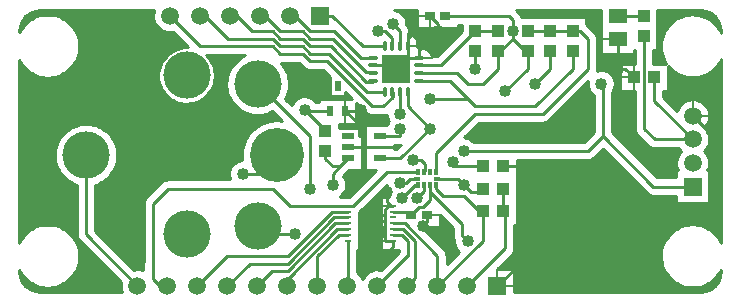
<source format=gbr>
G04 DipTrace 2.4.0.2*
%INTop.gbr*%
%MOIN*%
%ADD10C,0.0098*%
%ADD13C,0.01*%
%ADD14C,0.008*%
%ADD16R,0.0591X0.0512*%
%ADD17R,0.059X0.059*%
%ADD18C,0.0591*%
%ADD19R,0.0394X0.0433*%
%ADD20R,0.0433X0.0394*%
%ADD21C,0.1575*%
%ADD22C,0.18*%
%ADD24R,0.0197X0.0335*%
%ADD25R,0.0236X0.0098*%
%ADD26R,0.0126X0.0197*%
%ADD27R,0.0197X0.0126*%
%ADD29O,0.0138X0.0335*%
%ADD30O,0.0335X0.0138*%
%ADD31R,0.0945X0.0945*%
%ADD32R,0.0433X0.0236*%
%ADD33R,0.0354X0.0276*%
%ADD34C,0.04*%
%FSLAX44Y44*%
G04*
G70*
G90*
G75*
G01*
%LNTop*%
%LPD*%
X20190Y12945D2*
D13*
X19445D1*
X19440Y12949D1*
X17574Y11800D2*
X18291D1*
X19440Y12949D1*
X21190Y12945D2*
X21940D1*
X22690D1*
Y12949D1*
X18129Y8253D2*
Y8879D1*
X19440Y10190D1*
X21690D1*
X23190Y11690D1*
Y12690D1*
X22940Y12940D1*
X22699D1*
X6470Y8810D2*
Y6160D1*
X8180Y4450D1*
X15194Y6727D2*
D10*
X15026D1*
D13*
X14727D1*
X13190Y5190D1*
X11930D1*
X11185Y4445D1*
X15194Y6924D2*
D10*
X15026D1*
D13*
X14674D1*
X13190Y5440D1*
X11180D1*
X10185Y4445D1*
X15194Y5940D2*
D10*
Y5841D1*
D13*
Y4454D1*
X15185Y4445D1*
X13940Y7690D2*
Y9430D1*
X12190Y11180D1*
X16038Y11800D2*
X16678D1*
X16806Y11672D1*
X17190Y12440D2*
Y12056D1*
X16806Y11672D1*
X17574Y12056D2*
X17190D1*
X16690Y7121D2*
D10*
X16560D1*
D13*
X16440Y7002D1*
Y5940D1*
X16522D1*
D10*
X16690D1*
X19440Y11690D2*
D13*
Y12280D1*
X17574Y12056D2*
Y12324D1*
X18190Y12940D1*
X24190Y11690D2*
Y12690D1*
X16690Y7121D2*
X16636D1*
X16504Y7253D1*
Y7565D1*
X17379Y8628D2*
X17629D1*
X17754Y8503D1*
Y8272D1*
X17735Y8253D1*
X15191Y9067D2*
X15688D1*
X15753Y9003D1*
Y9628D1*
X15109Y10271D1*
X26690Y10121D2*
X27235Y9576D1*
Y7214D1*
X21402D1*
X21130Y6943D1*
Y5390D1*
X20185Y4445D1*
X21402Y7214D2*
Y7869D1*
X20830Y8440D1*
X20359D1*
X15753Y9003D2*
Y8253D1*
X15440Y7940D1*
Y7878D1*
X16690Y5940D2*
Y5753D1*
X16190Y5253D1*
X17190Y12440D2*
Y12690D1*
X17440Y12940D1*
X15109Y10271D2*
X15583D1*
X15628Y10315D1*
X18190Y12940D2*
Y13174D1*
X17924Y13440D1*
X24190Y11690D2*
X24440D1*
X24731Y11400D1*
X17827Y6815D2*
Y6577D1*
X17690Y6440D1*
X24190Y11690D2*
Y10505D1*
X24380Y10316D1*
X23255Y10503D2*
Y10441D1*
X22504Y9691D1*
X20754D1*
X20442Y9378D1*
X16422Y12440D2*
X15690D1*
X14685Y13445D1*
X14255D1*
X13255D2*
X13435D1*
X13940Y12940D1*
X14752D1*
X15636Y12056D1*
X16038D1*
Y11544D2*
Y11565D1*
X15815D1*
X14690Y12690D1*
X13940D1*
X13690Y12940D1*
X12940D1*
X12435Y13445D1*
X12255D1*
X16038Y11288D2*
Y11253D1*
X15815D1*
X14627Y12440D1*
X13940D1*
X13690Y12690D1*
X12940D1*
X12690Y12940D1*
X12002D1*
X11497Y13445D1*
X11255D1*
X16422Y10905D2*
X15850D1*
X14565Y12190D1*
X13940D1*
X13690Y12440D1*
X12940D1*
X12690Y12690D1*
X11190D1*
X10435Y13445D1*
X10255D1*
X16678Y10905D2*
X16690D1*
Y10753D1*
X16378Y10440D1*
X16002D1*
X14502Y11940D1*
X13940D1*
X13690Y12190D1*
X12940D1*
X12690Y12440D1*
X10260D1*
X9255Y13445D1*
X25065Y13440D2*
X24192D1*
X24190Y13438D1*
X16678Y12440D2*
Y12702D1*
X16440Y12940D1*
X16190D1*
X16690Y6137D2*
D10*
X16858D1*
D13*
X16993D1*
X17190Y5940D1*
Y5440D1*
X17180D1*
X16185Y4445D1*
X19690Y8440D2*
X18692D1*
Y8565D1*
X17499Y8025D2*
X17276D1*
X17129Y7878D1*
X16941D1*
X17538Y7796D2*
X17422D1*
X17004Y7378D1*
X17735Y7796D2*
Y7609D1*
X17504Y7378D1*
X15194Y6137D2*
D10*
X15026D1*
D13*
X14887D1*
X14185Y5435D1*
Y4445D1*
X13440Y6190D2*
X12190D1*
Y6440D1*
X16690Y6334D2*
D10*
X16858D1*
D13*
X17046D1*
X17440Y5940D1*
Y4700D1*
X17185Y4445D1*
X17190Y10905D2*
Y10440D1*
X17940Y9690D1*
X21940Y12275D2*
Y11690D1*
X21440Y11190D1*
X16254Y8693D2*
X16943D1*
X17940Y9690D1*
X19065Y8940D2*
X23190D1*
X23690Y9440D1*
X25371Y7759D1*
X26690D1*
X23690Y9440D2*
Y11190D1*
X23640D1*
X19695Y7690D2*
Y7565D1*
X19315D1*
X19065Y7815D1*
X18168Y8025D2*
X18855D1*
X19065Y7815D1*
X16690Y6531D2*
D10*
X16858D1*
D13*
X17099D1*
X18185Y5445D1*
Y4445D1*
X19695Y5955D1*
Y6940D1*
Y6810D1*
X19065Y7440D1*
X18379D1*
X18129Y7690D1*
Y7796D1*
X17574Y11288D2*
X18592D1*
X19190Y10690D1*
X19440Y10440D1*
X21440D1*
X22690Y11690D1*
Y12280D1*
X16254Y9441D2*
X16939D1*
X16940Y9440D1*
Y9690D1*
X17940Y10690D2*
X19190D1*
X21190Y12275D2*
Y12315D1*
X21065D1*
X20690Y12690D1*
X20275Y12275D1*
X20190D1*
X19185Y4445D2*
Y4435D1*
X20445Y5695D1*
Y6859D1*
X20364Y6940D1*
Y7690D1*
X17574Y11544D2*
X18836D1*
X19190Y11190D1*
X19690D1*
X20190Y11690D1*
Y12275D1*
X21190D2*
Y11690D1*
X20440Y10940D1*
X14440Y8940D2*
Y8690D1*
X14690Y8440D1*
X14939D1*
X15191Y8693D1*
X25065Y12771D2*
Y9690D1*
X25421Y9334D1*
X26690D1*
X20690Y12940D2*
Y12690D1*
X14690Y7815D2*
Y8191D1*
X15191Y8693D1*
X18436Y13440D2*
X20565D1*
X20690Y13315D1*
Y12940D1*
X25400Y11400D2*
Y10624D1*
X26690Y9334D1*
X16690Y6924D2*
D10*
X16858D1*
D13*
X17206D1*
X17315Y6815D1*
X17932Y7796D2*
Y7306D1*
X17691Y7065D1*
X17565D1*
X17315Y6815D1*
X17932Y7796D2*
Y7575D1*
X19004Y6503D1*
Y6126D1*
X19190Y5940D1*
X15194Y7121D2*
D10*
X15026D1*
D13*
X13259D1*
X12690Y7690D1*
X9190D1*
X8690Y7190D1*
Y4690D1*
X8935Y4445D1*
X9185D1*
X15194Y7121D2*
D10*
X15371D1*
D13*
X16503Y8253D1*
X17538D1*
X15194Y6531D2*
D10*
X15026D1*
D13*
X14781D1*
X13190Y4940D1*
X12680D1*
X12185Y4445D1*
X14597Y10271D2*
X13797D1*
X13753Y10315D1*
X14440Y9609D2*
Y9628D1*
X13753Y10315D1*
X16934Y12440D2*
Y12946D1*
X16690Y13190D1*
X16934Y10905D2*
Y10196D1*
X16940Y10190D1*
X15194Y6334D2*
D10*
X15026D1*
D13*
X14834D1*
X13190Y4690D1*
Y4450D1*
X13185Y4445D1*
X11690Y8190D2*
X12200D1*
X12820Y8810D1*
D34*
X17690Y6440D3*
X16690Y13190D3*
X13940Y7690D3*
X19440Y11690D3*
X18190Y12940D3*
X17940Y9690D3*
X13440Y6190D3*
X11690Y8190D3*
X19190Y5940D3*
X16504Y7565D3*
X17379Y8628D3*
X16940Y10190D3*
X16190Y12940D3*
X24190Y11690D3*
X21440Y11190D3*
X20440Y10940D3*
X13753Y10315D3*
X18692Y8565D3*
X19065Y8940D3*
X14690Y7815D3*
X16940Y9690D3*
X17940Y10690D3*
X20690Y12940D3*
X16190Y5253D3*
X19065Y7815D3*
X15628Y10315D3*
X17440Y12940D3*
X15440Y7878D3*
X23640Y11190D3*
X7440Y12128D3*
Y11003D3*
X7690Y6503D3*
X6690Y4815D3*
X16941Y7878D3*
X17004Y7378D3*
X17504D3*
X20442Y9378D3*
X23255Y10503D3*
X24380Y10316D3*
X22254Y6628D3*
X22504Y8003D3*
X9816Y9441D3*
X4690Y9691D3*
X4598Y13541D2*
D13*
X8704D1*
X16987D2*
X17482D1*
X20904D2*
X23631D1*
X25526D2*
X27285D1*
X4470Y13443D2*
X4864D1*
X5516D2*
X8696D1*
X17077D2*
X17482D1*
X20976D2*
X23631D1*
X25526D2*
X26343D1*
X27026D2*
X27414D1*
X4388Y13344D2*
X4643D1*
X5737D2*
X8706D1*
X17127D2*
X17482D1*
X23151D2*
X23631D1*
X25526D2*
X26131D1*
X27240D2*
X27493D1*
X4327Y13245D2*
X4504D1*
X5876D2*
X8734D1*
X17151D2*
X17482D1*
X23151D2*
X23631D1*
X25526D2*
X25993D1*
X27377D2*
X27554D1*
X4287Y13147D2*
X4401D1*
X5979D2*
X8784D1*
X17173D2*
X17482D1*
X23173D2*
X23631D1*
X25526D2*
X25892D1*
X27477D2*
X27595D1*
X4266Y13048D2*
X4323D1*
X6057D2*
X8867D1*
X17230D2*
X18979D1*
X23271D2*
X23631D1*
X25526D2*
X25814D1*
X27555D2*
X27614D1*
X6120Y12949D2*
X9009D1*
X17248D2*
X18979D1*
X23371D2*
X23631D1*
X25526D2*
X25753D1*
X6168Y12851D2*
X9410D1*
X17282D2*
X18901D1*
X23459D2*
X23631D1*
X25526D2*
X25706D1*
X6204Y12752D2*
X9509D1*
X17441D2*
X18803D1*
X23498D2*
X23631D1*
X25526D2*
X25670D1*
X6229Y12653D2*
X9607D1*
X17502D2*
X18704D1*
X23504D2*
X23631D1*
X25526D2*
X25645D1*
X6245Y12554D2*
X9706D1*
X17523D2*
X18606D1*
X23504D2*
X23631D1*
X25526D2*
X25629D1*
X6251Y12456D2*
X9804D1*
X17523D2*
X18507D1*
X23504D2*
X23631D1*
X25526D2*
X25625D1*
X6248Y12357D2*
X9525D1*
X17799D2*
X18407D1*
X23504D2*
X23631D1*
X25526D2*
X25628D1*
X6235Y12258D2*
X9312D1*
X17934D2*
X18309D1*
X23504D2*
X23631D1*
X25379D2*
X25640D1*
X6213Y12160D2*
X9181D1*
X17988D2*
X18210D1*
X23504D2*
X24751D1*
X25379D2*
X25664D1*
X6180Y12061D2*
X9085D1*
X10554D2*
X11625D1*
X23504D2*
X24751D1*
X25379D2*
X25696D1*
X6137Y11962D2*
X9014D1*
X10626D2*
X11493D1*
X23504D2*
X24751D1*
X25379D2*
X25742D1*
X6079Y11864D2*
X8959D1*
X10680D2*
X11395D1*
X12985D2*
X13576D1*
X23504D2*
X24751D1*
X25379D2*
X25800D1*
X27571D2*
X27631D1*
X4251Y11765D2*
X4375D1*
X6005D2*
X8920D1*
X10721D2*
X11318D1*
X13062D2*
X13676D1*
X23504D2*
X24250D1*
X27496D2*
X27631D1*
X4251Y11666D2*
X4468D1*
X5912D2*
X8892D1*
X10748D2*
X11259D1*
X13121D2*
X13798D1*
X23502D2*
X24250D1*
X25880D2*
X25968D1*
X27401D2*
X27631D1*
X4251Y11568D2*
X4593D1*
X5787D2*
X8875D1*
X10765D2*
X11214D1*
X13166D2*
X14435D1*
X23902D2*
X24250D1*
X25880D2*
X26096D1*
X27274D2*
X27631D1*
X4251Y11469D2*
X4778D1*
X5602D2*
X8868D1*
X10771D2*
X11179D1*
X13201D2*
X14534D1*
X24009D2*
X24250D1*
X25880D2*
X26285D1*
X27085D2*
X27631D1*
X4251Y11370D2*
X8873D1*
X10766D2*
X11156D1*
X13224D2*
X14592D1*
X24066D2*
X24250D1*
X25880D2*
X27631D1*
X4251Y11272D2*
X8887D1*
X10752D2*
X11143D1*
X13237D2*
X14592D1*
X24096D2*
X24250D1*
X25880D2*
X27631D1*
X4251Y11173D2*
X8914D1*
X10726D2*
X11139D1*
X13241D2*
X14592D1*
X23113D2*
X23176D1*
X24104D2*
X24250D1*
X25880D2*
X27631D1*
X4251Y11074D2*
X8951D1*
X10688D2*
X11145D1*
X13235D2*
X14592D1*
X23013D2*
X23192D1*
X24088D2*
X24250D1*
X25880D2*
X27631D1*
X4251Y10975D2*
X9003D1*
X10637D2*
X11159D1*
X13221D2*
X14592D1*
X22915D2*
X23231D1*
X24049D2*
X24250D1*
X25880D2*
X27631D1*
X4251Y10877D2*
X9071D1*
X10570D2*
X11184D1*
X13196D2*
X14592D1*
X22816D2*
X23301D1*
X24004D2*
X24751D1*
X25713D2*
X27631D1*
X4251Y10778D2*
X9160D1*
X10479D2*
X11220D1*
X13160D2*
X14592D1*
X15116D2*
X15225D1*
X22718D2*
X23376D1*
X24004D2*
X24751D1*
X25713D2*
X27631D1*
X4251Y10679D2*
X9284D1*
X10355D2*
X11267D1*
X13130D2*
X13471D1*
X14034D2*
X14235D1*
X22620D2*
X23376D1*
X24004D2*
X24751D1*
X25784D2*
X27631D1*
X4251Y10581D2*
X9475D1*
X10166D2*
X11329D1*
X13229D2*
X13375D1*
X14130D2*
X14235D1*
X22521D2*
X23376D1*
X24004D2*
X24751D1*
X25884D2*
X26379D1*
X27001D2*
X27631D1*
X4251Y10482D2*
X11407D1*
X15471D2*
X15521D1*
X22421D2*
X23376D1*
X24004D2*
X24751D1*
X25982D2*
X26267D1*
X27113D2*
X27631D1*
X4251Y10383D2*
X11509D1*
X15471D2*
X15620D1*
X22323D2*
X23376D1*
X24004D2*
X24751D1*
X26080D2*
X26198D1*
X27182D2*
X27631D1*
X4251Y10285D2*
X11648D1*
X15471D2*
X15718D1*
X22224D2*
X23376D1*
X24004D2*
X24751D1*
X27224D2*
X27631D1*
X4251Y10186D2*
X11870D1*
X12510D2*
X12745D1*
X15471D2*
X15826D1*
X22126D2*
X23376D1*
X24004D2*
X24751D1*
X27246D2*
X27631D1*
X4251Y10087D2*
X12843D1*
X15471D2*
X16489D1*
X22027D2*
X23376D1*
X24004D2*
X24751D1*
X27248D2*
X27631D1*
X4251Y9989D2*
X12942D1*
X15471D2*
X16523D1*
X21929D2*
X23376D1*
X24004D2*
X24751D1*
X27234D2*
X27631D1*
X4251Y9890D2*
X12403D1*
X15471D2*
X16523D1*
X21748D2*
X23376D1*
X24004D2*
X24751D1*
X27198D2*
X27631D1*
X4251Y9791D2*
X6112D1*
X6829D2*
X12203D1*
X14901D2*
X15775D1*
X19480D2*
X23376D1*
X24004D2*
X24751D1*
X27138D2*
X27631D1*
X4251Y9693D2*
X5907D1*
X7032D2*
X12067D1*
X15571D2*
X15775D1*
X19382D2*
X23376D1*
X24004D2*
X24751D1*
X27116D2*
X27631D1*
X4251Y9594D2*
X5775D1*
X7165D2*
X11964D1*
X15571D2*
X15775D1*
X19284D2*
X23376D1*
X24004D2*
X24767D1*
X27184D2*
X27631D1*
X4251Y9495D2*
X5676D1*
X7265D2*
X11881D1*
X15571D2*
X15775D1*
X19185D2*
X23306D1*
X24074D2*
X24821D1*
X27224D2*
X27631D1*
X4251Y9396D2*
X5600D1*
X7340D2*
X11817D1*
X15671D2*
X15775D1*
X19087D2*
X23207D1*
X24173D2*
X24918D1*
X27246D2*
X27631D1*
X4251Y9298D2*
X5540D1*
X7399D2*
X11764D1*
X15671D2*
X15775D1*
X19354D2*
X23107D1*
X24273D2*
X25018D1*
X27248D2*
X27631D1*
X4251Y9199D2*
X5495D1*
X7446D2*
X11723D1*
X15671D2*
X15775D1*
X24371D2*
X25117D1*
X27232D2*
X27631D1*
X4251Y9100D2*
X5460D1*
X7480D2*
X11693D1*
X15671D2*
X15775D1*
X16735D2*
X16910D1*
X24470D2*
X25217D1*
X27198D2*
X27631D1*
X4251Y9002D2*
X5437D1*
X7504D2*
X11671D1*
X15671D2*
X15775D1*
X16735D2*
X16812D1*
X24568D2*
X26243D1*
X27137D2*
X27631D1*
X4251Y8903D2*
X5423D1*
X7516D2*
X11660D1*
X15671D2*
X15775D1*
X23593D2*
X23787D1*
X24666D2*
X26262D1*
X27118D2*
X27631D1*
X4251Y8804D2*
X5418D1*
X7521D2*
X11656D1*
X15671D2*
X15775D1*
X23495D2*
X23885D1*
X24765D2*
X26195D1*
X27185D2*
X27631D1*
X4251Y8706D2*
X5425D1*
X7516D2*
X11660D1*
X15671D2*
X15775D1*
X23393D2*
X23984D1*
X24865D2*
X26154D1*
X27226D2*
X27631D1*
X4251Y8607D2*
X5439D1*
X7501D2*
X11501D1*
X15671D2*
X15775D1*
X20840D2*
X24084D1*
X24963D2*
X26134D1*
X27246D2*
X27631D1*
X4251Y8508D2*
X5464D1*
X7477D2*
X11356D1*
X15671D2*
X15775D1*
X20840D2*
X24182D1*
X25062D2*
X26132D1*
X27248D2*
X27631D1*
X4251Y8410D2*
X5500D1*
X7441D2*
X11282D1*
X15671D2*
X15775D1*
X20840D2*
X24281D1*
X25160D2*
X26148D1*
X27232D2*
X27631D1*
X4251Y8311D2*
X5546D1*
X7395D2*
X11243D1*
X15249D2*
X16121D1*
X20840D2*
X24379D1*
X25259D2*
X26184D1*
X27196D2*
X27631D1*
X4251Y8212D2*
X5607D1*
X7332D2*
X11226D1*
X15151D2*
X16023D1*
X20840D2*
X24478D1*
X25357D2*
X26131D1*
X27249D2*
X27631D1*
X4251Y8114D2*
X5685D1*
X7254D2*
X11232D1*
X15052D2*
X15925D1*
X20845D2*
X24576D1*
X25455D2*
X26131D1*
X27249D2*
X27631D1*
X4251Y8015D2*
X5787D1*
X7152D2*
X11262D1*
X15107D2*
X15825D1*
X20845D2*
X24676D1*
X27249D2*
X27631D1*
X4251Y7916D2*
X5926D1*
X7013D2*
X8978D1*
X15143D2*
X15726D1*
X20845D2*
X24775D1*
X27249D2*
X27631D1*
X4251Y7817D2*
X6145D1*
X6795D2*
X8878D1*
X15154D2*
X15628D1*
X20845D2*
X24873D1*
X27249D2*
X27631D1*
X4251Y7719D2*
X6156D1*
X6784D2*
X8779D1*
X15143D2*
X15529D1*
X16409D2*
X16506D1*
X20845D2*
X24971D1*
X27249D2*
X27631D1*
X4251Y7620D2*
X6156D1*
X6784D2*
X8681D1*
X15110D2*
X15431D1*
X16310D2*
X16557D1*
X20845D2*
X25070D1*
X27249D2*
X27631D1*
X4251Y7521D2*
X6156D1*
X6784D2*
X8582D1*
X15046D2*
X15332D1*
X16212D2*
X16564D1*
X20845D2*
X25171D1*
X27249D2*
X27631D1*
X4251Y7423D2*
X6156D1*
X6784D2*
X8482D1*
X16112D2*
X16307D1*
X20845D2*
X26131D1*
X27249D2*
X27631D1*
X4251Y7324D2*
X6156D1*
X6784D2*
X8407D1*
X16013D2*
X16307D1*
X20845D2*
X26131D1*
X27249D2*
X27631D1*
X4251Y7225D2*
X6156D1*
X6784D2*
X8378D1*
X15915D2*
X16307D1*
X20845D2*
X26131D1*
X27249D2*
X27631D1*
X4251Y7127D2*
X6156D1*
X6784D2*
X8376D1*
X15816D2*
X16307D1*
X20845D2*
X27631D1*
X4251Y7028D2*
X6156D1*
X6784D2*
X8376D1*
X15718D2*
X16307D1*
X20845D2*
X27631D1*
X4251Y6929D2*
X6156D1*
X6784D2*
X8376D1*
X15620D2*
X16307D1*
X20845D2*
X27631D1*
X4251Y6831D2*
X6156D1*
X6784D2*
X8376D1*
X15576D2*
X16307D1*
X20845D2*
X27631D1*
X4251Y6732D2*
X6156D1*
X6784D2*
X8376D1*
X15576D2*
X16307D1*
X18268D2*
X18335D1*
X20845D2*
X27631D1*
X4251Y6633D2*
X6156D1*
X6784D2*
X8376D1*
X15576D2*
X16307D1*
X18268D2*
X18434D1*
X20845D2*
X27631D1*
X4251Y6535D2*
X6156D1*
X6784D2*
X8376D1*
X15576D2*
X16307D1*
X18268D2*
X18532D1*
X20845D2*
X27631D1*
X4251Y6436D2*
X4843D1*
X5537D2*
X6156D1*
X6784D2*
X8376D1*
X15576D2*
X16307D1*
X18268D2*
X18631D1*
X20759D2*
X26325D1*
X27046D2*
X27631D1*
X4251Y6337D2*
X4632D1*
X5748D2*
X6156D1*
X6784D2*
X8376D1*
X15576D2*
X16307D1*
X17732D2*
X18690D1*
X20759D2*
X26118D1*
X27251D2*
X27631D1*
X4251Y6238D2*
X4496D1*
X5884D2*
X6156D1*
X6832D2*
X8376D1*
X15576D2*
X16307D1*
X17832D2*
X18690D1*
X20759D2*
X25985D1*
X27385D2*
X27631D1*
X4251Y6140D2*
X4395D1*
X5985D2*
X6157D1*
X6930D2*
X8376D1*
X15576D2*
X16307D1*
X17930D2*
X18690D1*
X20759D2*
X25885D1*
X27484D2*
X27631D1*
X4251Y6041D2*
X4319D1*
X6062D2*
X6181D1*
X7029D2*
X8376D1*
X15576D2*
X16307D1*
X18029D2*
X18703D1*
X20759D2*
X25809D1*
X27560D2*
X27631D1*
X6123Y5942D2*
X6248D1*
X7127D2*
X8376D1*
X15576D2*
X16307D1*
X18127D2*
X18726D1*
X20759D2*
X25750D1*
X6171Y5844D2*
X6346D1*
X7226D2*
X8376D1*
X15576D2*
X16307D1*
X18226D2*
X18737D1*
X20759D2*
X25703D1*
X6205Y5745D2*
X6445D1*
X7324D2*
X8376D1*
X15576D2*
X16307D1*
X18324D2*
X18770D1*
X20759D2*
X25668D1*
X6230Y5646D2*
X6543D1*
X7423D2*
X8376D1*
X15576D2*
X16307D1*
X18423D2*
X18834D1*
X20754D2*
X25643D1*
X6246Y5548D2*
X6643D1*
X7523D2*
X8376D1*
X15507D2*
X16848D1*
X18480D2*
X18848D1*
X20721D2*
X25629D1*
X6251Y5449D2*
X6742D1*
X7621D2*
X8376D1*
X15507D2*
X16750D1*
X18499D2*
X18750D1*
X20638D2*
X25625D1*
X6248Y5350D2*
X6840D1*
X7720D2*
X8376D1*
X15507D2*
X16651D1*
X18499D2*
X18651D1*
X20540D2*
X25628D1*
X6234Y5252D2*
X6939D1*
X7818D2*
X8376D1*
X15507D2*
X16551D1*
X18499D2*
X18551D1*
X20441D2*
X25642D1*
X6212Y5153D2*
X7037D1*
X7916D2*
X8376D1*
X15507D2*
X16453D1*
X20343D2*
X25665D1*
X6177Y5054D2*
X7135D1*
X8015D2*
X8376D1*
X15507D2*
X16354D1*
X20245D2*
X25700D1*
X6134Y4955D2*
X7235D1*
X15507D2*
X15973D1*
X20745D2*
X25745D1*
X6074Y4857D2*
X7334D1*
X15559D2*
X15812D1*
X20745D2*
X25804D1*
X27566D2*
X27618D1*
X4277Y4758D2*
X4379D1*
X6001D2*
X7432D1*
X15646D2*
X15725D1*
X20745D2*
X25879D1*
X27491D2*
X27604D1*
X4318Y4659D2*
X4476D1*
X5904D2*
X7531D1*
X20745D2*
X25976D1*
X27393D2*
X27564D1*
X4370Y4561D2*
X4604D1*
X5776D2*
X7629D1*
X20745D2*
X26107D1*
X27263D2*
X27514D1*
X4445Y4462D2*
X4795D1*
X5585D2*
X7621D1*
X20745D2*
X26303D1*
X27068D2*
X27437D1*
X4565Y4363D2*
X7628D1*
X20745D2*
X27317D1*
X4780Y4265D2*
X7653D1*
X20745D2*
X27104D1*
X24739Y12300D2*
Y12180D1*
X23641D1*
Y13639D1*
X23024Y13640D1*
X20794D1*
X20905Y13530D1*
X20937Y13492D1*
X20955Y13463D1*
X20976Y13416D1*
X21189Y13415D1*
X21641Y13414D1*
X21739Y13415D1*
X22241D1*
X22239Y13420D1*
X23141D1*
Y13168D1*
X23405Y12905D1*
X23437Y12867D1*
X23463Y12824D1*
X23481Y12778D1*
X23489Y12745D1*
X23494Y12690D1*
Y11690D1*
X23492Y11655D1*
X23503Y11623D1*
X23551Y11635D1*
X23601Y11642D1*
X23651Y11644D1*
X23700Y11640D1*
X23749Y11631D1*
X23797Y11616D1*
X23843Y11596D1*
X23886Y11571D1*
X23927Y11542D1*
X23964Y11508D1*
X23997Y11471D1*
X24026Y11430D1*
X24050Y11386D1*
X24069Y11340D1*
X24082Y11292D1*
X24091Y11242D1*
X24094Y11190D1*
X24091Y11140D1*
X24083Y11091D1*
X24069Y11043D1*
X24051Y10996D1*
X24027Y10952D1*
X23993Y10905D1*
X23994Y9567D1*
X25497Y8063D1*
X26141D1*
Y8308D1*
X26196D1*
X26169Y8374D1*
X26146Y8471D1*
X26141Y8571D1*
X26155Y8670D1*
X26186Y8765D1*
X26234Y8852D1*
X26297Y8930D1*
X26307Y8939D1*
X26264Y8987D1*
X26232Y9031D1*
X25690Y9030D1*
X25421D1*
X25371Y9034D1*
X25323Y9046D1*
X25277Y9066D1*
X25248Y9084D1*
X25206Y9119D1*
X24850Y9475D1*
X24818Y9513D1*
X24792Y9556D1*
X24774Y9603D1*
X24766Y9635D1*
X24761Y9690D1*
Y10949D1*
X24260D1*
Y11851D1*
X24761D1*
Y12301D1*
X27183Y8308D2*
X27239D1*
Y7210D1*
X26141D1*
X26140Y7455D1*
X25371D1*
X25321Y7459D1*
X25273Y7471D1*
X25227Y7491D1*
X25198Y7509D1*
X25156Y7544D1*
X23690Y9010D1*
X23405Y8725D1*
X23367Y8693D1*
X23324Y8667D1*
X23278Y8649D1*
X23245Y8641D1*
X23190Y8636D1*
X20829D1*
X20830Y8371D1*
Y8141D1*
X20834D1*
X20833Y7239D1*
X20834Y7141D1*
Y6489D1*
X20749D1*
Y5695D1*
X20745Y5645D1*
X20732Y5596D1*
X20712Y5551D1*
X20695Y5522D1*
X20660Y5480D1*
X20176Y4994D1*
X20734D1*
Y4240D1*
X26922D1*
X27123Y4266D1*
X27290Y4335D1*
X27434Y4445D1*
X27545Y4590D1*
X27614Y4758D1*
X27640Y4960D1*
X27620Y4964D1*
X27570Y4877D1*
X27512Y4796D1*
X27446Y4720D1*
X27374Y4651D1*
X27296Y4589D1*
X27211Y4535D1*
X27123Y4489D1*
X27030Y4452D1*
X26934Y4424D1*
X26836Y4405D1*
X26736Y4395D1*
X26636D1*
X26537Y4404D1*
X26439Y4423D1*
X26343Y4451D1*
X26250Y4488D1*
X26161Y4534D1*
X26077Y4588D1*
X25998Y4649D1*
X25926Y4718D1*
X25860Y4793D1*
X25802Y4875D1*
X25752Y4961D1*
X25710Y5052D1*
X25677Y5146D1*
X25653Y5243D1*
X25639Y5342D1*
X25634Y5442D1*
X25638Y5542D1*
X25652Y5641D1*
X25675Y5738D1*
X25708Y5833D1*
X25749Y5924D1*
X25799Y6011D1*
X25857Y6092D1*
X25922Y6168D1*
X25994Y6237D1*
X26072Y6299D1*
X26156Y6354D1*
X26245Y6400D1*
X26337Y6437D1*
X26433Y6466D1*
X26531Y6485D1*
X26631Y6495D1*
X26731D1*
X26830Y6486D1*
X26929Y6468D1*
X27025Y6440D1*
X27118Y6403D1*
X27207Y6358D1*
X27291Y6304D1*
X27370Y6243D1*
X27442Y6174D1*
X27508Y6099D1*
X27567Y6018D1*
X27617Y5931D1*
X27640Y5885D1*
Y12004D1*
X27596Y11920D1*
X27542Y11836D1*
X27480Y11757D1*
X27411Y11685D1*
X27336Y11619D1*
X27254Y11561D1*
X27168Y11511D1*
X27077Y11469D1*
X26982Y11437D1*
X26885Y11413D1*
X26786Y11399D1*
X26686Y11394D1*
X26587Y11398D1*
X26488Y11412D1*
X26390Y11436D1*
X26296Y11468D1*
X26205Y11510D1*
X26118Y11560D1*
X26037Y11617D1*
X25961Y11683D1*
X25892Y11755D1*
X25871Y11780D1*
X25870Y10949D1*
X25703D1*
X25704Y10748D1*
X25933Y10521D1*
X26166Y10288D1*
X26194Y10358D1*
X26228Y10419D1*
X26270Y10475D1*
X26318Y10526D1*
X26373Y10570D1*
X26432Y10606D1*
X26496Y10635D1*
X26563Y10656D1*
X26632Y10667D1*
X26702Y10670D1*
X26771Y10665D1*
X26840Y10650D1*
X26906Y10626D1*
X26968Y10595D1*
X27026Y10556D1*
X27079Y10510D1*
X27125Y10457D1*
X27164Y10399D1*
X27195Y10337D1*
X27219Y10271D1*
X27233Y10202D1*
X27239Y10132D1*
X27236Y10061D1*
X27224Y9992D1*
X27203Y9926D1*
X27174Y9862D1*
X27137Y9803D1*
X27093Y9748D1*
X27073Y9728D1*
X27131Y9662D1*
X27183Y9576D1*
X27219Y9483D1*
X27237Y9385D1*
Y9284D1*
X27219Y9186D1*
X27183Y9092D1*
X27131Y9007D1*
X27073Y8940D1*
X27131Y8874D1*
X27183Y8789D1*
X27219Y8696D1*
X27237Y8598D1*
Y8497D1*
X27219Y8398D1*
X27185Y8309D1*
X15685Y4671D2*
X15730Y4752D1*
X15793Y4829D1*
X15869Y4894D1*
X15955Y4944D1*
X16049Y4977D1*
X16148Y4993D1*
X16248Y4990D1*
X16292Y4983D1*
X16886Y5576D1*
Y5638D1*
X16852Y5637D1*
X16318D1*
X16319Y6440D1*
X16318Y6480D1*
X16319Y6637D1*
X16318Y6677D1*
X16319Y6834D1*
X16318Y6868D1*
Y7424D1*
X16553D1*
X16567Y7500D1*
X16598Y7580D1*
X16543Y7661D1*
X16521Y7706D1*
X16505Y7753D1*
X16493Y7813D1*
X15573Y6895D1*
X15566Y6881D1*
X15564Y6424D1*
X15566Y6384D1*
X15564Y6227D1*
X15566Y6187D1*
X15564Y6030D1*
X15566Y5990D1*
X15564Y5834D1*
X15566Y5793D1*
Y5637D1*
X15499D1*
X15498Y4895D1*
X15560Y4846D1*
X15626Y4771D1*
X15678Y4686D1*
X15685Y4670D1*
X9362Y12907D2*
X9267Y12896D1*
X9168Y12903D1*
X9071Y12928D1*
X8980Y12970D1*
X8899Y13027D1*
X8829Y13099D1*
X8773Y13182D1*
X8734Y13273D1*
X8711Y13371D1*
X8707Y13470D1*
X8720Y13569D1*
X8742Y13639D1*
X7774Y13640D1*
X4959D1*
X4759Y13614D1*
X4592Y13544D1*
X4447Y13433D1*
X4336Y13289D1*
X4267Y13121D1*
X4240Y12920D1*
X4254Y12919D1*
X4304Y13006D1*
X4362Y13087D1*
X4427Y13163D1*
X4499Y13232D1*
X4577Y13294D1*
X4661Y13349D1*
X4750Y13395D1*
X4842Y13432D1*
X4938Y13461D1*
X5036Y13480D1*
X5136Y13490D1*
X5236D1*
X5335Y13481D1*
X5434Y13463D1*
X5530Y13435D1*
X5623Y13398D1*
X5712Y13353D1*
X5796Y13299D1*
X5875Y13238D1*
X5947Y13169D1*
X6013Y13094D1*
X6072Y13013D1*
X6122Y12926D1*
X6164Y12836D1*
X6197Y12741D1*
X6221Y12644D1*
X6236Y12545D1*
X6241Y12440D1*
X6237Y12340D1*
X6222Y12241D1*
X6199Y12144D1*
X6166Y12050D1*
X6125Y11959D1*
X6075Y11872D1*
X6017Y11791D1*
X5951Y11715D1*
X5879Y11646D1*
X5801Y11584D1*
X5716Y11530D1*
X5628Y11484D1*
X5535Y11447D1*
X5439Y11419D1*
X5341Y11400D1*
X5241Y11390D1*
X5141D1*
X5042Y11399D1*
X4944Y11418D1*
X4848Y11446D1*
X4755Y11483D1*
X4666Y11529D1*
X4582Y11583D1*
X4503Y11644D1*
X4431Y11713D1*
X4365Y11788D1*
X4307Y11870D1*
X4257Y11956D1*
X4240Y11991D1*
Y6174D1*
Y5891D1*
X4304Y6006D1*
X4362Y6087D1*
X4427Y6163D1*
X4499Y6232D1*
X4577Y6294D1*
X4661Y6349D1*
X4750Y6395D1*
X4842Y6432D1*
X4938Y6461D1*
X5036Y6480D1*
X5136Y6490D1*
X5236D1*
X5335Y6481D1*
X5434Y6463D1*
X5530Y6435D1*
X5623Y6398D1*
X5712Y6353D1*
X5796Y6299D1*
X5875Y6238D1*
X5947Y6169D1*
X6013Y6094D1*
X6072Y6013D1*
X6122Y5926D1*
X6164Y5836D1*
X6197Y5741D1*
X6221Y5644D1*
X6236Y5545D1*
X6241Y5440D1*
X6237Y5340D1*
X6222Y5241D1*
X6199Y5144D1*
X6166Y5050D1*
X6125Y4959D1*
X6075Y4872D1*
X6017Y4791D1*
X5951Y4715D1*
X5879Y4646D1*
X5801Y4584D1*
X5716Y4530D1*
X5628Y4484D1*
X5535Y4447D1*
X5439Y4419D1*
X5341Y4400D1*
X5241Y4390D1*
X5141D1*
X5042Y4399D1*
X4944Y4418D1*
X4848Y4446D1*
X4755Y4483D1*
X4666Y4529D1*
X4582Y4583D1*
X4503Y4644D1*
X4431Y4713D1*
X4365Y4788D1*
X4307Y4870D1*
X4257Y4956D1*
X4240Y4991D1*
X4246Y4913D1*
X4266Y4759D1*
X4336Y4592D1*
X4447Y4447D1*
X4591Y4336D1*
X4759Y4267D1*
X4960Y4240D1*
X7674D1*
X7645Y4325D1*
X7631Y4424D1*
X7636Y4524D1*
X7642Y4560D1*
X7258Y4942D1*
X6255Y5945D1*
X6223Y5983D1*
X6197Y6026D1*
X6179Y6073D1*
X6171Y6105D1*
X6166Y6160D1*
Y7815D1*
X6067Y7850D1*
X5976Y7893D1*
X5891Y7945D1*
X5811Y8004D1*
X5736Y8071D1*
X5669Y8145D1*
X5609Y8225D1*
X5557Y8310D1*
X5513Y8400D1*
X5478Y8493D1*
X5452Y8590D1*
X5436Y8689D1*
X5429Y8788D1*
X5432Y8888D1*
X5444Y8987D1*
X5466Y9085D1*
X5497Y9180D1*
X5537Y9272D1*
X5585Y9359D1*
X5642Y9441D1*
X5706Y9518D1*
X5778Y9588D1*
X5855Y9651D1*
X5939Y9706D1*
X6027Y9753D1*
X6119Y9791D1*
X6215Y9820D1*
X6313Y9840D1*
X6413Y9850D1*
X6512Y9851D1*
X6612Y9842D1*
X6710Y9823D1*
X6806Y9796D1*
X6899Y9759D1*
X6988Y9713D1*
X7073Y9659D1*
X7151Y9598D1*
X7224Y9529D1*
X7289Y9453D1*
X7347Y9372D1*
X7397Y9285D1*
X7438Y9194D1*
X7470Y9099D1*
X7494Y9002D1*
X7507Y8903D1*
X7511Y8810D1*
X7507Y8710D1*
X7492Y8611D1*
X7468Y8514D1*
X7436Y8420D1*
X7394Y8329D1*
X7343Y8243D1*
X7285Y8162D1*
X7219Y8086D1*
X7146Y8018D1*
X7067Y7957D1*
X6982Y7903D1*
X6893Y7858D1*
X6800Y7822D1*
X6775Y7814D1*
X6774Y6410D1*
Y6287D1*
X8072Y4988D1*
X8142Y4998D1*
X8241Y4996D1*
X8339Y4976D1*
X8385Y4960D1*
X8386Y5490D1*
Y7190D1*
X8390Y7240D1*
X8402Y7288D1*
X8422Y7334D1*
X8440Y7363D1*
X8475Y7405D1*
X8975Y7905D1*
X9013Y7937D1*
X9056Y7963D1*
X9102Y7981D1*
X9135Y7989D1*
X9190Y7994D1*
X11282D1*
X11253Y8065D1*
X11242Y8114D1*
X11237Y8164D1*
Y8214D1*
X11242Y8263D1*
X11253Y8312D1*
X11269Y8360D1*
X11290Y8405D1*
X11316Y8447D1*
X11347Y8487D1*
X11381Y8523D1*
X11420Y8555D1*
X11462Y8582D1*
X11506Y8605D1*
X11553Y8623D1*
X11601Y8635D1*
X11677Y8643D1*
X11666Y8785D1*
X11668Y8885D1*
X11679Y8984D1*
X11699Y9082D1*
X11726Y9178D1*
X11762Y9271D1*
X11806Y9361D1*
X11858Y9447D1*
X11916Y9528D1*
X11982Y9603D1*
X12054Y9673D1*
X12131Y9736D1*
X12214Y9792D1*
X12301Y9841D1*
X12392Y9882D1*
X12487Y9915D1*
X12584Y9940D1*
X12682Y9956D1*
X12782Y9963D1*
X12882Y9962D1*
X12989Y9951D1*
X12679Y10261D1*
X12613Y10228D1*
X12520Y10192D1*
X12424Y10165D1*
X12325Y10147D1*
X12226Y10139D1*
X12126Y10141D1*
X12027Y10152D1*
X11929Y10172D1*
X11833Y10202D1*
X11741Y10240D1*
X11653Y10288D1*
X11570Y10343D1*
X11493Y10407D1*
X11422Y10477D1*
X11358Y10554D1*
X11302Y10637D1*
X11254Y10724D1*
X11214Y10816D1*
X11184Y10911D1*
X11163Y11009D1*
X11151Y11108D1*
X11149Y11208D1*
X11156Y11308D1*
X11174Y11407D1*
X11200Y11503D1*
X11235Y11596D1*
X11280Y11686D1*
X11332Y11771D1*
X11393Y11850D1*
X11461Y11924D1*
X11536Y11990D1*
X11616Y12049D1*
X11702Y12100D1*
X11777Y12136D1*
X10476D1*
X10536Y12071D1*
X10597Y11992D1*
X10649Y11906D1*
X10692Y11816D1*
X10724Y11722D1*
X10747Y11624D1*
X10759Y11525D1*
X10760Y11410D1*
X10749Y11311D1*
X10728Y11213D1*
X10697Y11118D1*
X10656Y11027D1*
X10605Y10941D1*
X10546Y10860D1*
X10478Y10787D1*
X10403Y10721D1*
X10321Y10663D1*
X10234Y10615D1*
X10142Y10575D1*
X10047Y10546D1*
X9948Y10527D1*
X9849Y10519D1*
X9749Y10521D1*
X9650Y10534D1*
X9552Y10557D1*
X9458Y10591D1*
X9368Y10634D1*
X9283Y10687D1*
X9204Y10748D1*
X9132Y10817D1*
X9068Y10894D1*
X9012Y10977D1*
X8965Y11065D1*
X8928Y11158D1*
X8901Y11254D1*
X8885Y11353D1*
X8879Y11453D1*
X8883Y11552D1*
X8898Y11651D1*
X8924Y11748D1*
X8959Y11841D1*
X9005Y11930D1*
X9059Y12014D1*
X9122Y12092D1*
X9193Y12162D1*
X9271Y12225D1*
X9355Y12279D1*
X9445Y12323D1*
X9538Y12358D1*
X9635Y12383D1*
X9734Y12397D1*
X9834Y12401D1*
X9868Y12402D1*
X9363Y12907D1*
X14891Y9850D2*
Y9713D1*
X15562D1*
Y9439D1*
X15662D1*
Y8320D1*
X15248D1*
X15036Y8107D1*
X15076Y8055D1*
X15100Y8011D1*
X15119Y7965D1*
X15132Y7917D1*
X15141Y7867D1*
X15144Y7815D1*
X15141Y7765D1*
X15133Y7716D1*
X15119Y7668D1*
X15101Y7621D1*
X15077Y7577D1*
X15048Y7536D1*
X15016Y7499D1*
X14979Y7465D1*
X14921Y7425D1*
X15245Y7424D1*
X16111Y8291D1*
X16141Y8320D1*
X15784D1*
Y9065D1*
X16725D1*
Y8997D1*
X16818D1*
X16956Y9136D1*
X16725Y9137D1*
Y9068D1*
X15784D1*
Y9813D1*
X16504D1*
X16519Y9860D1*
X16540Y9905D1*
X16562Y9941D1*
X16541Y9973D1*
X16520Y10018D1*
X16503Y10065D1*
X16492Y10114D1*
X16488Y10156D1*
X16432Y10141D1*
X16378Y10136D1*
X16002D1*
X15953Y10140D1*
X15904Y10152D1*
X15859Y10172D1*
X15830Y10190D1*
X15788Y10225D1*
X15462Y10551D1*
Y9849D1*
X14892D1*
X18989Y12927D2*
Y13137D1*
X18867Y13136D1*
Y13048D1*
X18005Y13050D1*
X17985Y13048D1*
X17493D1*
Y13640D1*
X16750D1*
X16799Y13631D1*
X16847Y13616D1*
X16893Y13596D1*
X16936Y13571D1*
X16977Y13542D1*
X17014Y13508D1*
X17047Y13471D1*
X17076Y13430D1*
X17100Y13386D1*
X17119Y13340D1*
X17132Y13292D1*
X17141Y13242D1*
X17143Y13167D1*
X17181Y13123D1*
X17207Y13080D1*
X17225Y13033D1*
X17233Y13001D1*
X17238Y12946D1*
Y12858D1*
X17296Y12843D1*
X17351Y12818D1*
X17400Y12784D1*
X17442Y12741D1*
X17475Y12691D1*
X17498Y12636D1*
X17511Y12577D1*
X17513Y12498D1*
Y12399D1*
X17533D1*
Y12379D1*
X17701Y12378D1*
X17760Y12367D1*
X17815Y12346D1*
X17866Y12314D1*
X17911Y12274D1*
X17947Y12226D1*
X17974Y12172D1*
X17990Y12115D1*
X17992Y12104D1*
X18166D1*
X18990Y12929D1*
X25516Y13640D2*
X25514Y12969D1*
X25516Y12991D1*
Y12300D1*
X25367D1*
X25369Y12071D1*
Y11850D1*
X25818Y11851D1*
X25776Y11917D1*
X25730Y12006D1*
X25692Y12099D1*
X25664Y12195D1*
X25645Y12293D1*
X25635Y12392D1*
Y12492D1*
X25644Y12592D1*
X25663Y12690D1*
X25690Y12786D1*
X25727Y12879D1*
X25773Y12968D1*
X25827Y13052D1*
X25888Y13131D1*
X25957Y13203D1*
X26032Y13269D1*
X26114Y13327D1*
X26200Y13378D1*
X26291Y13420D1*
X26385Y13453D1*
X26482Y13477D1*
X26581Y13491D1*
X26681Y13496D1*
X26781Y13492D1*
X26880Y13478D1*
X26977Y13455D1*
X27072Y13423D1*
X27163Y13382D1*
X27249Y13332D1*
X27331Y13274D1*
X27407Y13209D1*
X27476Y13137D1*
X27538Y13059D1*
X27593Y12975D1*
X27640Y12885D1*
Y12922D1*
X27614Y13123D1*
X27545Y13290D1*
X27435Y13434D1*
X27291Y13545D1*
X27122Y13614D1*
X26920Y13640D1*
X25516D1*
X13230Y11130D2*
X13221Y11031D1*
X13202Y10932D1*
X13173Y10837D1*
X13136Y10744D1*
X13108Y10689D1*
X13183Y10617D1*
X13328Y10472D1*
X13353Y10530D1*
X13379Y10572D1*
X13409Y10612D1*
X13444Y10648D1*
X13482Y10680D1*
X13524Y10707D1*
X13569Y10730D1*
X13615Y10748D1*
X13664Y10760D1*
X13713Y10767D1*
X13763Y10769D1*
X13813Y10765D1*
X13862Y10756D1*
X13910Y10741D1*
X13956Y10721D1*
X13999Y10696D1*
X14039Y10667D1*
X14076Y10633D1*
X14125Y10574D1*
X14245Y10575D1*
Y10692D1*
X14950Y10690D1*
X14957Y10692D1*
X15321D1*
X15106Y10907D1*
Y10776D1*
X14601D1*
Y11412D1*
X14377Y11636D1*
X13940D1*
X13890Y11640D1*
X13842Y11652D1*
X13796Y11672D1*
X13767Y11690D1*
X13725Y11725D1*
X13565Y11885D1*
X12954Y11886D1*
X13009Y11823D1*
X13067Y11742D1*
X13117Y11655D1*
X13158Y11564D1*
X13190Y11469D1*
X13214Y11372D1*
X13227Y11273D1*
X13231Y11180D1*
X13230Y11130D1*
X17746Y6424D2*
X17636Y6423D1*
X18400Y5660D1*
X18432Y5622D1*
X18458Y5579D1*
X18476Y5533D1*
X18484Y5500D1*
X18489Y5445D1*
Y5178D1*
X18901Y5591D1*
X18848Y5641D1*
X18818Y5680D1*
X18791Y5723D1*
X18770Y5768D1*
X18753Y5815D1*
X18742Y5864D1*
X18737Y5914D1*
X18738Y5978D1*
X18713Y6038D1*
X18705Y6071D1*
X18700Y6126D1*
Y6377D1*
X18258Y6819D1*
Y6423D1*
X17638D1*
X19074Y9394D2*
X19125Y9390D1*
X19174Y9381D1*
X19222Y9366D1*
X19268Y9346D1*
X19311Y9321D1*
X19352Y9292D1*
X19402Y9243D1*
X19765Y9244D1*
X23063D1*
X23387Y9567D1*
X23386Y9940D1*
Y10813D1*
X23333Y10855D1*
X23298Y10891D1*
X23268Y10930D1*
X23241Y10973D1*
X23220Y11018D1*
X23203Y11065D1*
X23192Y11114D1*
X23187Y11164D1*
Y11214D1*
X23192Y11262D1*
X21905Y9975D1*
X21867Y9943D1*
X21824Y9917D1*
X21778Y9899D1*
X21745Y9891D1*
X21690Y9886D1*
X19567D1*
X19073Y9393D1*
X24190Y12690D2*
D14*
Y12180D1*
X23641Y12690D2*
X24190D1*
X26690Y10670D2*
Y10121D1*
X27239D1*
X20185Y4994D2*
Y4445D1*
X20734D1*
X20359Y8440D2*
X20830D1*
X15109Y10692D2*
Y9850D1*
Y10271D2*
X15462D1*
X16690Y5940D2*
Y5637D1*
X16318Y5940D2*
X16690D1*
X16318Y7121D2*
X16690D1*
X17190Y12861D2*
Y12440D1*
X17513D1*
X17574Y12379D2*
Y12056D1*
X17995D1*
X15191Y9067D2*
X15662D1*
X17827Y6815D2*
Y6423D1*
Y6815D2*
X18258D1*
X17924Y13440D2*
Y13048D1*
X17493Y13440D2*
X17924D1*
X24731Y11850D2*
Y10949D1*
X24260Y11400D2*
X24731D1*
D16*
X24190Y12690D3*
Y13438D3*
D17*
X26690Y7759D3*
D18*
Y8546D3*
Y9334D3*
Y10121D3*
D17*
X20185Y4445D3*
D18*
X19185D3*
X18185D3*
X17185D3*
X16185D3*
X15185D3*
X14185D3*
X13185D3*
X12185D3*
X11185D3*
X10185D3*
X9185D3*
D17*
X14255Y13445D3*
D18*
X13255D3*
X12255D3*
X11255D3*
X10255D3*
X9255D3*
D19*
X22690Y12949D3*
Y12280D3*
D20*
X19690Y8440D3*
X20359D3*
D19*
X21940Y12945D3*
Y12275D3*
X14440Y9609D3*
Y8940D3*
X21190Y12945D3*
Y12275D3*
D20*
X19695Y6940D3*
X20364D3*
X19695Y7690D3*
X20364D3*
D19*
X20190Y12945D3*
Y12275D3*
X19440Y12280D3*
Y12949D3*
X25065Y13440D3*
Y12771D3*
D21*
X12190Y6440D3*
X6470Y8810D3*
X12190Y11180D3*
D22*
X12820Y8810D3*
D21*
X9820Y6160D3*
Y11460D3*
D18*
X8180Y4450D3*
D24*
X14597Y10271D3*
X15109D3*
X14853Y11097D3*
D25*
X16690Y5940D3*
Y6137D3*
Y6334D3*
Y6531D3*
Y6727D3*
Y6924D3*
Y7121D3*
X15194D3*
Y6924D3*
Y6727D3*
Y6531D3*
Y6334D3*
Y6137D3*
Y5940D3*
D26*
X18129Y8253D3*
X17932D3*
X17735D3*
X17538D3*
D27*
X17499Y8025D3*
D26*
X17538Y7796D3*
X17735D3*
X17932D3*
X18129D3*
D27*
X18168Y8025D3*
D29*
X17190Y12440D3*
X16934D3*
X16678D3*
X16422D3*
D30*
X16038Y12056D3*
Y11800D3*
Y11544D3*
Y11288D3*
D29*
X16422Y10905D3*
X16678D3*
X16934D3*
X17190D3*
D30*
X17574Y11288D3*
Y11544D3*
Y11800D3*
Y12056D3*
D31*
X16806Y11672D3*
D32*
X15191Y9441D3*
Y9067D3*
Y8693D3*
X16254D3*
Y9441D3*
D33*
X17315Y6815D3*
X17827D3*
X18436Y13440D3*
X17924D3*
D20*
X25400Y11400D3*
X24731D3*
M02*

</source>
